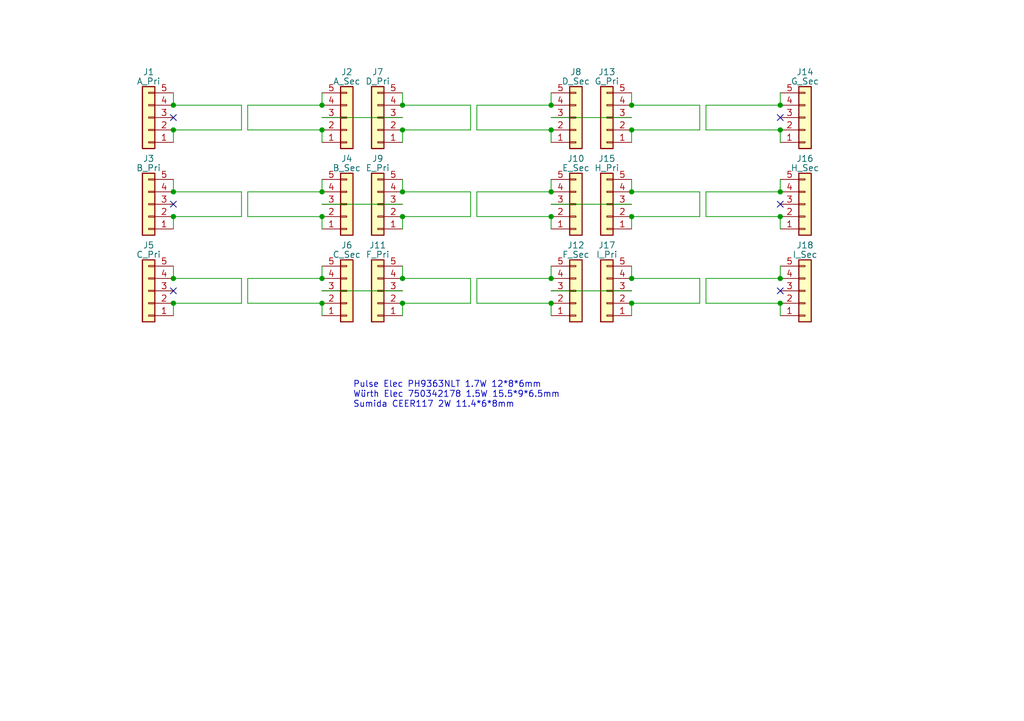
<source format=kicad_sch>
(kicad_sch (version 20230121) (generator eeschema)
  (paper "A5")
  (title_block (title "Planar XFMR test coupon") (date "2024-01-24") (rev "A") (company "NXP TLS, Xavier Bourlot"))
  (lib_symbols
    (symbol "Connector_Generic:Conn_01x05" (pin_names (offset 1.016) hide)
      (property "Reference" "J" (at 0 7.62 0))
      (property "Value" "Conn_01x05" (at 0 -7.62 0))
      (symbol "Conn_01x05_1_1"
        (rectangle (start -1.27 -4.953) (end 0 -5.207) (stroke (width 0.1524)))
        (rectangle (start -1.27 -2.413) (end 0 -2.667) (stroke (width 0.1524)))
        (rectangle (start -1.27 0.127) (end 0 -0.127) (stroke (width 0.1524)))
        (rectangle (start -1.27 2.667) (end 0 2.413) (stroke (width 0.1524)))
        (rectangle (start -1.27 5.207) (end 0 4.953) (stroke (width 0.1524)))
        (rectangle (start -1.27 6.35) (end 1.27 -6.35) (stroke (width 0.254)) (fill (type background)))
        (pin passive line (at -5.08 5.08 0) (length 3.81) (name "Pin_1") (number "1"))
        (pin passive line (at -5.08 2.54 0) (length 3.81) (name "Pin_2") (number "2"))
        (pin passive line (at -5.08 0 0) (length 3.81) (name "Pin_3") (number "3"))
        (pin passive line (at -5.08 -2.54 0) (length 3.81) (name "Pin_4") (number "4"))
        (pin passive line (at -5.08 -5.08 0) (length 3.81) (name "Pin_5") (number "5"))
      )
    )
  )
  (junction (at 82.55 21.59))
  (junction (at 66.04 39.37))
  (junction (at 113.03 57.15))
  (junction (at 82.55 26.67))
  (junction (at 82.55 62.23))
  (junction (at 129.54 57.15))
  (junction (at 160.02 26.67))
  (junction (at 129.54 39.37))
  (junction (at 35.56 21.59))
  (junction (at 35.56 39.37))
  (junction (at 129.54 21.59))
  (junction (at 66.04 62.23))
  (junction (at 66.04 21.59))
  (junction (at 160.02 57.15))
  (junction (at 113.03 21.59))
  (junction (at 82.55 44.45))
  (junction (at 66.04 57.15))
  (junction (at 113.03 39.37))
  (junction (at 35.56 57.15))
  (junction (at 113.03 26.67))
  (junction (at 113.03 44.45))
  (junction (at 82.55 39.37))
  (junction (at 66.04 44.45))
  (junction (at 35.56 26.67))
  (junction (at 160.02 39.37))
  (junction (at 129.54 26.67))
  (junction (at 66.04 26.67))
  (junction (at 129.54 62.23))
  (junction (at 160.02 44.45))
  (junction (at 160.02 21.59))
  (junction (at 160.02 62.23))
  (junction (at 113.03 62.23))
  (junction (at 82.55 57.15))
  (junction (at 35.56 62.23))
  (junction (at 35.56 44.45))
  (junction (at 129.54 44.45))
  (no_connect (at 160.02 24.13))
  (no_connect (at 35.56 59.69))
  (no_connect (at 35.56 41.91))
  (no_connect (at 35.56 24.13))
  (no_connect (at 160.02 41.91))
  (no_connect (at 160.02 59.69))
  (wire (pts (xy 35.56 39.37) (xy 49.53 39.37)))
  (wire (pts (xy 160.02 62.23) (xy 160.02 64.77)))
  (wire (pts (xy 50.8 57.15) (xy 50.8 62.23)))
  (wire (pts (xy 160.02 21.59) (xy 144.78 21.59)))
  (wire (pts (xy 129.54 21.59) (xy 143.51 21.59)))
  (wire (pts (xy 35.56 54.61) (xy 35.56 57.15)))
  (wire (pts (xy 35.56 19.05) (xy 35.56 21.59)))
  (wire (pts (xy 143.51 21.59) (xy 143.51 26.67)))
  (wire (pts (xy 66.04 59.69) (xy 82.55 59.69)))
  (wire (pts (xy 35.56 36.83) (xy 35.56 39.37)))
  (wire (pts (xy 66.04 21.59) (xy 50.8 21.59)))
  (wire (pts (xy 50.8 39.37) (xy 50.8 44.45)))
  (wire (pts (xy 35.56 62.23) (xy 35.56 64.77)))
  (wire (pts (xy 97.79 21.59) (xy 97.79 26.67)))
  (wire (pts (xy 49.53 21.59) (xy 49.53 26.67)))
  (wire (pts (xy 113.03 24.13) (xy 129.54 24.13)))
  (wire (pts (xy 144.78 62.23) (xy 160.02 62.23)))
  (wire (pts (xy 160.02 19.05) (xy 160.02 21.59)))
  (wire (pts (xy 66.04 26.67) (xy 66.04 29.21)))
  (wire (pts (xy 160.02 26.67) (xy 160.02 29.21)))
  (wire (pts (xy 35.56 26.67) (xy 35.56 29.21)))
  (wire (pts (xy 35.56 62.23) (xy 49.53 62.23)))
  (wire (pts (xy 66.04 57.15) (xy 50.8 57.15)))
  (wire (pts (xy 129.54 62.23) (xy 143.51 62.23)))
  (wire (pts (xy 129.54 19.05) (xy 129.54 21.59)))
  (wire (pts (xy 97.79 62.23) (xy 113.03 62.23)))
  (wire (pts (xy 160.02 39.37) (xy 144.78 39.37)))
  (wire (pts (xy 113.03 39.37) (xy 97.79 39.37)))
  (wire (pts (xy 129.54 44.45) (xy 129.54 46.99)))
  (wire (pts (xy 144.78 57.15) (xy 144.78 62.23)))
  (wire (pts (xy 113.03 57.15) (xy 97.79 57.15)))
  (wire (pts (xy 49.53 39.37) (xy 49.53 44.45)))
  (wire (pts (xy 82.55 26.67) (xy 82.55 29.21)))
  (wire (pts (xy 96.52 39.37) (xy 96.52 44.45)))
  (wire (pts (xy 35.56 44.45) (xy 35.56 46.99)))
  (wire (pts (xy 96.52 57.15) (xy 96.52 62.23)))
  (wire (pts (xy 82.55 21.59) (xy 96.52 21.59)))
  (wire (pts (xy 113.03 62.23) (xy 113.03 64.77)))
  (wire (pts (xy 82.55 44.45) (xy 96.52 44.45)))
  (wire (pts (xy 82.55 44.45) (xy 82.55 46.99)))
  (wire (pts (xy 66.04 39.37) (xy 50.8 39.37)))
  (wire (pts (xy 66.04 24.13) (xy 82.55 24.13)))
  (wire (pts (xy 144.78 21.59) (xy 144.78 26.67)))
  (wire (pts (xy 82.55 54.61) (xy 82.55 57.15)))
  (wire (pts (xy 143.51 39.37) (xy 143.51 44.45)))
  (wire (pts (xy 82.55 57.15) (xy 96.52 57.15)))
  (wire (pts (xy 113.03 59.69) (xy 129.54 59.69)))
  (wire (pts (xy 129.54 36.83) (xy 129.54 39.37)))
  (wire (pts (xy 66.04 36.83) (xy 66.04 39.37)))
  (wire (pts (xy 35.56 44.45) (xy 49.53 44.45)))
  (wire (pts (xy 144.78 39.37) (xy 144.78 44.45)))
  (wire (pts (xy 82.55 19.05) (xy 82.55 21.59)))
  (wire (pts (xy 97.79 57.15) (xy 97.79 62.23)))
  (wire (pts (xy 96.52 21.59) (xy 96.52 26.67)))
  (wire (pts (xy 66.04 41.91) (xy 82.55 41.91)))
  (wire (pts (xy 144.78 44.45) (xy 160.02 44.45)))
  (wire (pts (xy 49.53 57.15) (xy 49.53 62.23)))
  (wire (pts (xy 129.54 44.45) (xy 143.51 44.45)))
  (wire (pts (xy 129.54 54.61) (xy 129.54 57.15)))
  (wire (pts (xy 160.02 36.83) (xy 160.02 39.37)))
  (wire (pts (xy 82.55 26.67) (xy 96.52 26.67)))
  (wire (pts (xy 50.8 26.67) (xy 66.04 26.67)))
  (wire (pts (xy 35.56 26.67) (xy 49.53 26.67)))
  (wire (pts (xy 97.79 39.37) (xy 97.79 44.45)))
  (wire (pts (xy 82.55 62.23) (xy 82.55 64.77)))
  (wire (pts (xy 82.55 36.83) (xy 82.55 39.37)))
  (wire (pts (xy 82.55 39.37) (xy 96.52 39.37)))
  (wire (pts (xy 129.54 26.67) (xy 129.54 29.21)))
  (wire (pts (xy 66.04 62.23) (xy 66.04 64.77)))
  (wire (pts (xy 35.56 57.15) (xy 49.53 57.15)))
  (wire (pts (xy 129.54 62.23) (xy 129.54 64.77)))
  (wire (pts (xy 97.79 26.67) (xy 113.03 26.67)))
  (wire (pts (xy 113.03 44.45) (xy 113.03 46.99)))
  (wire (pts (xy 82.55 62.23) (xy 96.52 62.23)))
  (wire (pts (xy 50.8 62.23) (xy 66.04 62.23)))
  (wire (pts (xy 113.03 36.83) (xy 113.03 39.37)))
  (wire (pts (xy 113.03 41.91) (xy 129.54 41.91)))
  (wire (pts (xy 160.02 54.61) (xy 160.02 57.15)))
  (wire (pts (xy 160.02 44.45) (xy 160.02 46.99)))
  (wire (pts (xy 66.04 44.45) (xy 66.04 46.99)))
  (wire (pts (xy 129.54 57.15) (xy 143.51 57.15)))
  (wire (pts (xy 66.04 54.61) (xy 66.04 57.15)))
  (wire (pts (xy 129.54 26.67) (xy 143.51 26.67)))
  (wire (pts (xy 129.54 39.37) (xy 143.51 39.37)))
  (wire (pts (xy 50.8 21.59) (xy 50.8 26.67)))
  (wire (pts (xy 97.79 44.45) (xy 113.03 44.45)))
  (wire (pts (xy 113.03 26.67) (xy 113.03 29.21)))
  (wire (pts (xy 113.03 19.05) (xy 113.03 21.59)))
  (wire (pts (xy 113.03 54.61) (xy 113.03 57.15)))
  (wire (pts (xy 35.56 21.59) (xy 49.53 21.59)))
  (wire (pts (xy 50.8 44.45) (xy 66.04 44.45)))
  (wire (pts (xy 160.02 57.15) (xy 144.78 57.15)))
  (wire (pts (xy 113.03 21.59) (xy 97.79 21.59)))
  (wire (pts (xy 144.78 26.67) (xy 160.02 26.67)))
  (wire (pts (xy 143.51 57.15) (xy 143.51 62.23)))
  (wire (pts (xy 66.04 19.05) (xy 66.04 21.59)))
  (text "Pulse Elec PH9363NLT 1.7W 12*8*6mm\nWürth Elec 750342178 1.5W 15.5*9*6.5mm\nSumida CEER117 2W 11.4*6*8mm" (at 72.39 83.82 0) (effects (font (size 1.27 1.27)) (justify left bottom)))
  (symbol (lib_id "Connector_Generic:Conn_01x05") (at 124.46 24.13 180) (unit 1)
    (property "Reference" "J13" (at 124.46 14.7701 0))
    (property "Value" "G_Pri" (at 124.46 16.6911 0))
    (property "Footprint" "Connector_PinHeader_2.54mm:PinHeader_1x05_P2.54mm_Vertical" (effects hide))
  )
  (symbol (lib_id "Connector_Generic:Conn_01x05") (at 124.46 41.91 180) (unit 1)
    (property "Reference" "J15" (at 124.46 32.5501 0))
    (property "Value" "H_Pri" (at 124.46 34.4711 0))
    (property "Footprint" "Connector_PinHeader_2.54mm:PinHeader_1x05_P2.54mm_Vertical" (effects hide))
  )
  (symbol (lib_id "Connector_Generic:Conn_01x05") (at 71.12 41.91 0) (mirror x) (unit 1)
    (property "Reference" "J4" (at 71.12 32.5501 0))
    (property "Value" "B_Sec" (at 71.12 34.4711 0))
    (property "Footprint" "Connector_PinHeader_2.54mm:PinHeader_1x05_P2.54mm_Vertical" (effects hide))
  )
  (symbol (lib_id "Connector_Generic:Conn_01x05") (at 118.11 24.13 0) (mirror x) (unit 1)
    (property "Reference" "J8" (at 118.11 14.7701 0))
    (property "Value" "D_Sec" (at 118.11 16.6911 0))
    (property "Footprint" "Connector_PinHeader_2.54mm:PinHeader_1x05_P2.54mm_Vertical" (effects hide))
  )
  (symbol (lib_id "Connector_Generic:Conn_01x05") (at 30.48 41.91 180) (unit 1)
    (property "Reference" "J3" (at 30.48 32.5501 0))
    (property "Value" "B_Pri" (at 30.48 34.4711 0))
    (property "Footprint" "Connector_PinHeader_2.54mm:PinHeader_1x05_P2.54mm_Vertical" (effects hide))
  )
  (symbol (lib_id "Connector_Generic:Conn_01x05") (at 118.11 59.69 0) (mirror x) (unit 1)
    (property "Reference" "J12" (at 118.11 50.3301 0))
    (property "Value" "F_Sec" (at 118.11 52.2511 0))
    (property "Footprint" "Connector_PinHeader_2.54mm:PinHeader_1x05_P2.54mm_Vertical" (effects hide))
  )
  (symbol (lib_id "Connector_Generic:Conn_01x05") (at 124.46 59.69 180) (unit 1)
    (property "Reference" "J17" (at 124.46 50.3301 0))
    (property "Value" "I_Pri" (at 124.46 52.2511 0))
    (property "Footprint" "Connector_PinHeader_2.54mm:PinHeader_1x05_P2.54mm_Vertical" (effects hide))
  )
  (symbol (lib_id "Connector_Generic:Conn_01x05") (at 30.48 24.13 180) (unit 1)
    (property "Reference" "J1" (at 30.48 14.7701 0))
    (property "Value" "A_Pri" (at 30.48 16.6911 0))
    (property "Footprint" "Connector_PinHeader_2.54mm:PinHeader_1x05_P2.54mm_Vertical" (effects hide))
  )
  (symbol (lib_id "Connector_Generic:Conn_01x05") (at 71.12 24.13 0) (mirror x) (unit 1)
    (property "Reference" "J2" (at 71.12 14.7701 0))
    (property "Value" "A_Sec" (at 71.12 16.6911 0))
    (property "Footprint" "Connector_PinHeader_2.54mm:PinHeader_1x05_P2.54mm_Vertical" (effects hide))
  )
  (symbol (lib_id "Connector_Generic:Conn_01x05") (at 77.47 41.91 180) (unit 1)
    (property "Reference" "J9" (at 77.47 32.5501 0))
    (property "Value" "E_Pri" (at 77.47 34.4711 0))
    (property "Footprint" "Connector_PinHeader_2.54mm:PinHeader_1x05_P2.54mm_Vertical" (effects hide))
  )
  (symbol (lib_id "Connector_Generic:Conn_01x05") (at 77.47 24.13 180) (unit 1)
    (property "Reference" "J7" (at 77.47 14.7701 0))
    (property "Value" "D_Pri" (at 77.47 16.6911 0))
    (property "Footprint" "Connector_PinHeader_2.54mm:PinHeader_1x05_P2.54mm_Vertical" (effects hide))
  )
  (symbol (lib_id "Connector_Generic:Conn_01x05") (at 118.11 41.91 0) (mirror x) (unit 1)
    (property "Reference" "J10" (at 118.11 32.5501 0))
    (property "Value" "E_Sec" (at 118.11 34.4711 0))
    (property "Footprint" "Connector_PinHeader_2.54mm:PinHeader_1x05_P2.54mm_Vertical" (effects hide))
  )
  (symbol (lib_id "Connector_Generic:Conn_01x05") (at 165.1 41.91 0) (mirror x) (unit 1)
    (property "Reference" "J16" (at 165.1 32.5501 0))
    (property "Value" "H_Sec" (at 165.1 34.4711 0))
    (property "Footprint" "Connector_PinHeader_2.54mm:PinHeader_1x05_P2.54mm_Vertical" (effects hide))
  )
  (symbol (lib_id "Connector_Generic:Conn_01x05") (at 30.48 59.69 180) (unit 1)
    (property "Reference" "J5" (at 30.48 50.3301 0))
    (property "Value" "C_Pri" (at 30.48 52.2511 0))
    (property "Footprint" "Connector_PinHeader_2.54mm:PinHeader_1x05_P2.54mm_Vertical" (effects hide))
  )
  (symbol (lib_id "Connector_Generic:Conn_01x05") (at 71.12 59.69 0) (mirror x) (unit 1)
    (property "Reference" "J6" (at 71.12 50.3301 0))
    (property "Value" "C_Sec" (at 71.12 52.2511 0))
    (property "Footprint" "Connector_PinHeader_2.54mm:PinHeader_1x05_P2.54mm_Vertical" (effects hide))
  )
  (symbol (lib_id "Connector_Generic:Conn_01x05") (at 165.1 24.13 0) (mirror x) (unit 1)
    (property "Reference" "J14" (at 165.1 14.7701 0))
    (property "Value" "G_Sec" (at 165.1 16.6911 0))
    (property "Footprint" "Connector_PinHeader_2.54mm:PinHeader_1x05_P2.54mm_Vertical" (effects hide))
  )
  (symbol (lib_id "Connector_Generic:Conn_01x05") (at 77.47 59.69 180) (unit 1)
    (property "Reference" "J11" (at 77.47 50.3301 0))
    (property "Value" "F_Pri" (at 77.47 52.2511 0))
    (property "Footprint" "Connector_PinHeader_2.54mm:PinHeader_1x05_P2.54mm_Vertical" (effects hide))
  )
  (symbol (lib_id "Connector_Generic:Conn_01x05") (at 165.1 59.69 0) (mirror x) (unit 1)
    (property "Reference" "J18" (at 165.1 50.3301 0))
    (property "Value" "I_Sec" (at 165.1 52.2511 0))
    (property "Footprint" "Connector_PinHeader_2.54mm:PinHeader_1x05_P2.54mm_Vertical" (effects hide))
  )
)
</source>
